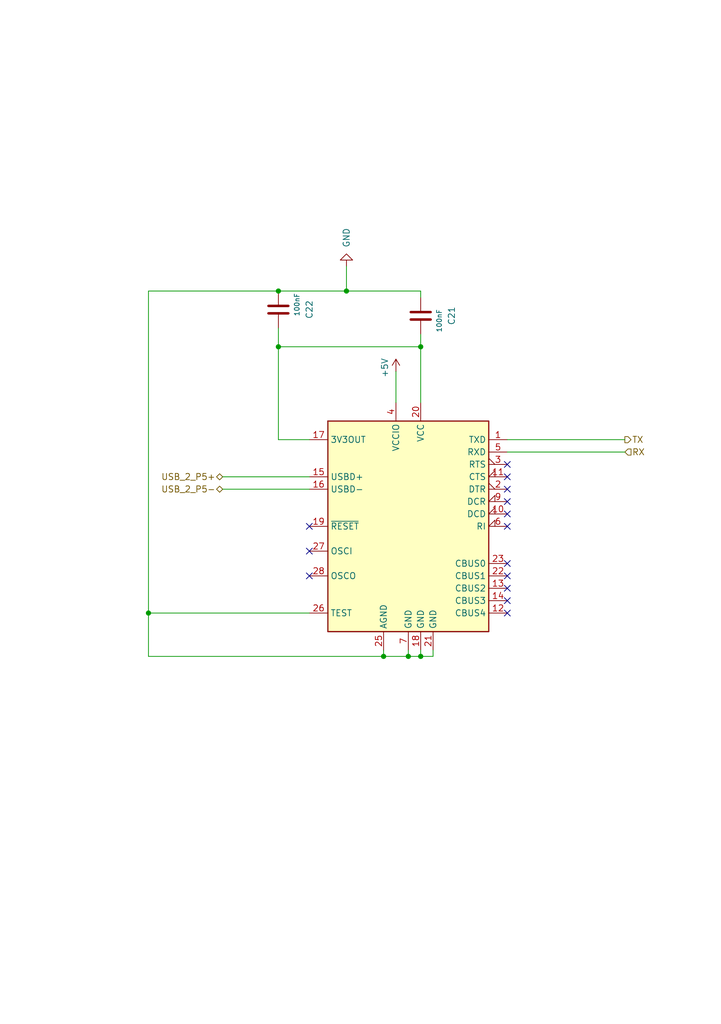
<source format=kicad_sch>
(kicad_sch (version 20250114) (generator "eeschema") (generator_version "9.0")
  (paper "A5" portrait)
  (lib_symbols
    (symbol "Device:C" (pin_numbers (hide yes)) (pin_names (offset 0.254))
      (property "Reference" "C" (at 0.635 2.54 0))
      (property "Value" "C" (at 0.635 -2.54 0))
      (symbol "C_0_1"
        (polyline (pts (xy -2.032 0.762) (xy 2.032 0.762)) (stroke (width 0.508)))
        (polyline (pts (xy -2.032 -0.762) (xy 2.032 -0.762)) (stroke (width 0.508)))
      )
      (symbol "C_1_1"
        (pin passive line (at 0 3.81 270) (length 2.794) (name "~") (number "1"))
        (pin passive line (at 0 -3.81 90) (length 2.794) (name "~") (number "2"))
      )
    )
    (symbol "Interface_USB:FT232RL"
      (property "Reference" "U" (at -16.51 22.86 0))
      (property "Value" "FT232RL" (at 10.16 22.86 0))
      (symbol "FT232RL_0_1"
        (rectangle (start -16.51 21.59) (end 16.51 -21.59) (stroke (width 0.254)) (fill (type background)))
      )
      (symbol "FT232RL_1_1"
        (pin power_out line (at -20.32 17.78 0) (length 3.81) (name "3V3OUT") (number "17"))
        (pin bidirectional line (at -20.32 10.16 0) (length 3.81) (name "USBD+") (number "15"))
        (pin bidirectional line (at -20.32 7.62 0) (length 3.81) (name "USBD-") (number "16"))
        (pin input line (at -20.32 0 0) (length 3.81) (name "~{RESET}") (number "19"))
        (pin input line (at -20.32 -5.08 0) (length 3.81) (name "OSCI") (number "27"))
        (pin output line (at -20.32 -10.16 0) (length 3.81) (name "OSCO") (number "28"))
        (pin input line (at -20.32 -17.78 0) (length 3.81) (name "TEST") (number "26"))
        (pin power_in line (at -5.08 -25.4 90) (length 3.81) (name "AGND") (number "25"))
        (pin power_in line (at -2.54 25.4 270) (length 3.81) (name "VCCIO") (number "4"))
        (pin power_in line (at 0 -25.4 90) (length 3.81) (name "GND") (number "7"))
        (pin power_in line (at 2.54 25.4 270) (length 3.81) (name "VCC") (number "20"))
        (pin power_in line (at 2.54 -25.4 90) (length 3.81) (name "GND") (number "18"))
        (pin power_in line (at 5.08 -25.4 90) (length 3.81) (name "GND") (number "21"))
        (pin output line (at 20.32 17.78 180) (length 3.81) (name "TXD") (number "1"))
        (pin input line (at 20.32 15.24 180) (length 3.81) (name "RXD") (number "5"))
        (pin output output_low (at 20.32 12.7 180) (length 3.81) (name "RTS") (number "3"))
        (pin input input_low (at 20.32 10.16 180) (length 3.81) (name "CTS") (number "11"))
        (pin output output_low (at 20.32 7.62 180) (length 3.81) (name "DTR") (number "2"))
        (pin input input_low (at 20.32 5.08 180) (length 3.81) (name "DCR") (number "9"))
        (pin input input_low (at 20.32 2.54 180) (length 3.81) (name "DCD") (number "10"))
        (pin input input_low (at 20.32 0 180) (length 3.81) (name "RI") (number "6"))
        (pin bidirectional line (at 20.32 -7.62 180) (length 3.81) (name "CBUS0") (number "23"))
        (pin bidirectional line (at 20.32 -10.16 180) (length 3.81) (name "CBUS1") (number "22"))
        (pin bidirectional line (at 20.32 -12.7 180) (length 3.81) (name "CBUS2") (number "13"))
        (pin bidirectional line (at 20.32 -15.24 180) (length 3.81) (name "CBUS3") (number "14"))
        (pin bidirectional line (at 20.32 -17.78 180) (length 3.81) (name "CBUS4") (number "12"))
      )
    )
    (symbol "power:+5V" (power) (pin_numbers (hide yes)) (pin_names (offset 0) (hide yes))
      (property "Value" "+5V" (at 0 3.556 0))
      (symbol "+5V_0_1"
        (polyline (pts (xy -0.762 1.27) (xy 0 2.54)))
        (polyline (pts (xy 0 2.54) (xy 0.762 1.27)))
        (polyline (pts (xy 0 0) (xy 0 2.54)))
      )
      (symbol "+5V_1_1"
        (pin power_in line (at 0 0 90) (length 0) (name "~") (number "1"))
      )
    )
    (symbol "power:GND" (power) (pin_numbers (hide yes)) (pin_names (offset 0) (hide yes))
      (property "Value" "GND" (at 0 -3.81 0))
      (symbol "GND_0_1"
        (polyline (pts (xy 0 0) (xy 0 -1.27) (xy 1.27 -1.27) (xy 0 -2.54) (xy -1.27 -1.27) (xy 0 -1.27)))
      )
      (symbol "GND_1_1"
        (pin power_in line (at 0 0 270) (length 0) (name "~") (number "1"))
      )
    )
  )
  (junction (at 30.48 125.73))
  (junction (at 86.36 71.12))
  (junction (at 78.74 134.62))
  (junction (at 71.12 59.69))
  (junction (at 57.15 59.69))
  (junction (at 86.36 134.62))
  (junction (at 83.82 134.62))
  (junction (at 57.15 71.12))
  (no_connect (at 104.14 118.11))
  (no_connect (at 104.14 107.95))
  (no_connect (at 104.14 100.33))
  (no_connect (at 104.14 105.41))
  (no_connect (at 104.14 102.87))
  (no_connect (at 104.14 97.79))
  (no_connect (at 104.14 115.57))
  (no_connect (at 63.5 113.03))
  (no_connect (at 104.14 120.65))
  (no_connect (at 63.5 107.95))
  (no_connect (at 104.14 123.19))
  (no_connect (at 63.5 118.11))
  (no_connect (at 104.14 95.25))
  (no_connect (at 104.14 125.73))
  (wire (pts (xy 86.36 71.12) (xy 86.36 82.55)))
  (wire (pts (xy 81.28 82.55) (xy 81.28 76.2)))
  (wire (pts (xy 57.15 67.31) (xy 57.15 71.12)))
  (wire (pts (xy 128.27 90.17) (xy 104.14 90.17)))
  (wire (pts (xy 78.74 134.62) (xy 78.74 133.35)))
  (wire (pts (xy 86.36 133.35) (xy 86.36 134.62)))
  (wire (pts (xy 57.15 90.17) (xy 57.15 71.12)))
  (wire (pts (xy 45.72 100.33) (xy 63.5 100.33)))
  (wire (pts (xy 83.82 133.35) (xy 83.82 134.62)))
  (wire (pts (xy 63.5 90.17) (xy 57.15 90.17)))
  (wire (pts (xy 104.14 92.71) (xy 128.27 92.71)))
  (wire (pts (xy 86.36 59.69) (xy 71.12 59.69)))
  (wire (pts (xy 30.48 59.69) (xy 57.15 59.69)))
  (wire (pts (xy 88.9 133.35) (xy 88.9 134.62)))
  (wire (pts (xy 86.36 134.62) (xy 83.82 134.62)))
  (wire (pts (xy 30.48 134.62) (xy 78.74 134.62)))
  (wire (pts (xy 30.48 125.73) (xy 30.48 59.69)))
  (wire (pts (xy 83.82 134.62) (xy 78.74 134.62)))
  (wire (pts (xy 30.48 125.73) (xy 30.48 134.62)))
  (wire (pts (xy 30.48 125.73) (xy 63.5 125.73)))
  (wire (pts (xy 45.72 97.79) (xy 63.5 97.79)))
  (wire (pts (xy 86.36 71.12) (xy 57.15 71.12)))
  (wire (pts (xy 86.36 59.69) (xy 86.36 60.96)))
  (wire (pts (xy 86.36 68.58) (xy 86.36 71.12)))
  (wire (pts (xy 71.12 54.61) (xy 71.12 59.69)))
  (wire (pts (xy 88.9 134.62) (xy 86.36 134.62)))
  (wire (pts (xy 57.15 59.69) (xy 71.12 59.69)))
  (hierarchical_label "RX" (shape input) (at 128.27 92.71 0))
  (hierarchical_label "USB_2_P5-" (shape bidirectional) (at 45.72 100.33 180))
  (hierarchical_label "USB_2_P5+" (shape bidirectional) (at 45.72 97.79 180))
  (hierarchical_label "TX" (shape output) (at 128.27 90.17 0))
  (symbol (lib_id "power:+5V") (at 81.28 76.2 0) (unit 1)
    (property "Reference" "#PWR035" (effects (hide yes)))
    (property "Value" "+5V" (at 78.994 75.438 90))
  )
  (symbol (lib_id "power:GND") (at 71.12 54.61 180) (unit 1)
    (property "Reference" "#PWR049" (effects (hide yes)))
    (property "Value" "GND" (at 71.12 50.8 90) (effects (justify right)))
  )
  (symbol (lib_id "Device:C") (at 86.36 64.77 0) (unit 1)
    (property "Reference" "C21" (at 92.71 64.77 90))
    (property "Value" "100nF" (at 90.17 65.786 90) (effects (font (size 1 1))))
    (property "Footprint" "A_HDJ_Library:C_0603_1608Metric" (effects (hide yes)))
    (property "SCH_Show_Footprint" "C603" (effects (hide yes)))
  )
  (symbol (lib_id "Interface_USB:FT232RL") (at 83.82 107.95 0) (unit 1)
    (property "Reference" "U7" (effects (hide yes)))
    (property "Value" "FT232RL" (effects (hide yes)))
    (property "Footprint" "Package_SO:SSOP-28_5.3x10.2mm_P0.65mm" (effects (hide yes)))
    (property "Datasheet" "https://www.ftdichip.com/Support/Documents/DataSheets/ICs/DS_FT232R.pdf" (effects (hide yes)))
    (property "Description" "USB to Serial Interface, SSOP-28" (effects (hide yes)))
  )
  (symbol (lib_id "Device:C") (at 57.15 63.5 0) (mirror x) (unit 1)
    (property "Reference" "C22" (at 63.5 63.5 90))
    (property "Value" "100nF" (at 60.96 62.484 90) (effects (font (size 1 1))))
    (property "Footprint" "A_HDJ_Library:C_0603_1608Metric" (effects (hide yes)))
    (property "SCH_Show_Footprint" "C603" (effects (hide yes)))
  )
)
</source>
